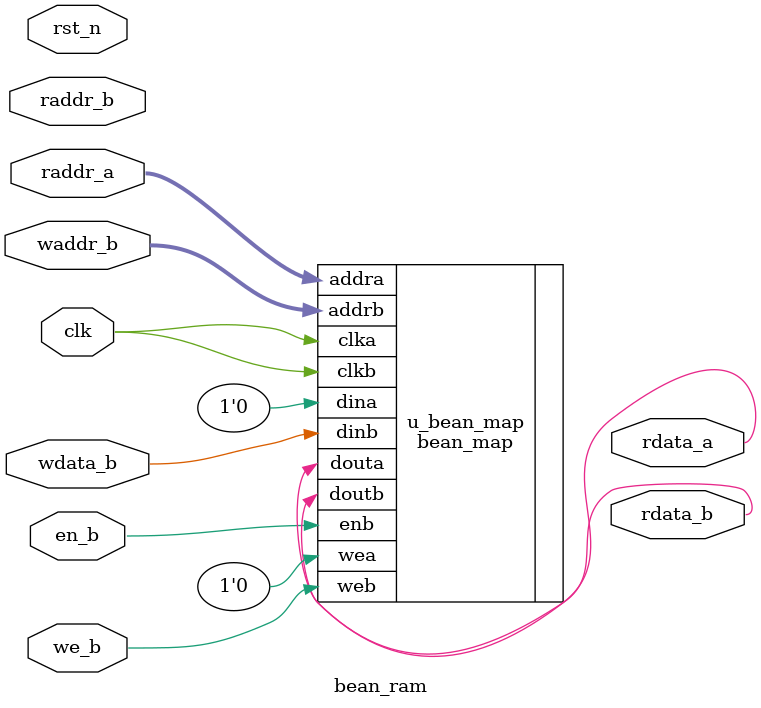
<source format=v>
module bean_ram (
    input clk,                // Ê±ÖÓ
    input rst_n,              // ¸´Î»

    // ¶Ë¿ÚA£ºÖ»¶Á£¬ÓÃÓÚ VGA ÏÔÊ¾
    input [18:0] raddr_a,     // VGA ÕýÔÚÉ¨ÃèµÄµØÖ·
    output [0:0] rdata_a,     // Êä³ö£ºµ±Ç°¸ñ×ÓÊÇ·ñÓÐ¶¹×Ó

    // ¶Ë¿ÚB£ºÓÃÓÚÈËÎï¶ÁÈ¡ºÍÐ´Èë£¨³Ô¶¹£©
    input [18:0] raddr_b,     // ÈËÎïµ±Ç°ËùÔÚ¸ñ×ÓµØÖ·
    output [0:0] rdata_b,     // Êä³ö£ºÈËÎïÊÇ·ñÕ¾ÔÚÓÐ¶¹×ÓµÄ¸ñ×Ó
    input [18:0] waddr_b,     // Ð´ÈëµØÖ·£¨ºÍ raddr_b Í¨³£Ò»Ñù£©
    input [0:0] wdata_b,      // Ð´ÈëÊý¾Ý£¨Í¨³£ÊÇ 0£©
    input we_b,               // Ð´Ê¹ÄÜ
    input en_b                // Ð´¶Ë¿ÚÊ¹ÄÜ
);

    bean_map u_bean_map (
        // ¶Ë¿ÚA£ºÖ»¶Á
        .clka(clk),
        .wea(1'b0),
        .addra(raddr_a),
        .dina(1'b0),
        .douta(rdata_a),

        // ¶Ë¿ÚB£º¶ÁÐ´
        .clkb(clk),
        .enb(en_b),
        .web({we_b}),          // 1-bit Ð´Ê¹ÄÜ
        .addrb(waddr_b),
        .dinb(wdata_b),
        .doutb(rdata_b)        // ¶ÁÊý¾Ý£¨ÈËÎï¸ñ×ÓÊÇ·ñÓÐ¶¹£©
    );

endmodule

</source>
